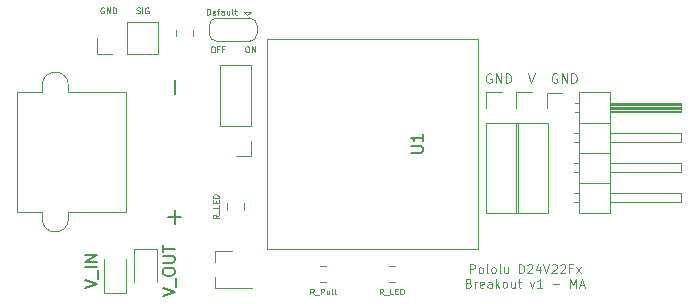
<source format=gto>
G04 #@! TF.GenerationSoftware,KiCad,Pcbnew,(5.1.5)-3*
G04 #@! TF.CreationDate,2021-10-17T17:05:07-07:00*
G04 #@! TF.ProjectId,D24V22Fx_breakout,44323456-3232-4467-985f-627265616b6f,rev?*
G04 #@! TF.SameCoordinates,Original*
G04 #@! TF.FileFunction,Legend,Top*
G04 #@! TF.FilePolarity,Positive*
%FSLAX46Y46*%
G04 Gerber Fmt 4.6, Leading zero omitted, Abs format (unit mm)*
G04 Created by KiCad (PCBNEW (5.1.5)-3) date 2021-10-17 17:05:07*
%MOMM*%
%LPD*%
G04 APERTURE LIST*
%ADD10C,0.100000*%
%ADD11C,0.120000*%
%ADD12C,0.150000*%
%ADD13O,1.802000X1.802000*%
%ADD14R,1.802000X1.802000*%
%ADD15R,1.102000X1.602000*%
%ADD16R,2.002000X0.902000*%
%ADD17C,1.626000*%
%ADD18C,2.102000*%
%ADD19C,2.302000*%
%ADD20C,3.602000*%
%ADD21R,3.602000X3.602000*%
%ADD22C,1.502000*%
G04 APERTURE END LIST*
D10*
X134238095Y-71026190D02*
X134333333Y-71026190D01*
X134380952Y-71050000D01*
X134428571Y-71097619D01*
X134452380Y-71192857D01*
X134452380Y-71359523D01*
X134428571Y-71454761D01*
X134380952Y-71502380D01*
X134333333Y-71526190D01*
X134238095Y-71526190D01*
X134190476Y-71502380D01*
X134142857Y-71454761D01*
X134119047Y-71359523D01*
X134119047Y-71192857D01*
X134142857Y-71097619D01*
X134190476Y-71050000D01*
X134238095Y-71026190D01*
X134833333Y-71264285D02*
X134666666Y-71264285D01*
X134666666Y-71526190D02*
X134666666Y-71026190D01*
X134904761Y-71026190D01*
X135261904Y-71264285D02*
X135095238Y-71264285D01*
X135095238Y-71526190D02*
X135095238Y-71026190D01*
X135333333Y-71026190D01*
X137142857Y-71026190D02*
X137238095Y-71026190D01*
X137285714Y-71050000D01*
X137333333Y-71097619D01*
X137357142Y-71192857D01*
X137357142Y-71359523D01*
X137333333Y-71454761D01*
X137285714Y-71502380D01*
X137238095Y-71526190D01*
X137142857Y-71526190D01*
X137095238Y-71502380D01*
X137047619Y-71454761D01*
X137023809Y-71359523D01*
X137023809Y-71192857D01*
X137047619Y-71097619D01*
X137095238Y-71050000D01*
X137142857Y-71026190D01*
X137571428Y-71526190D02*
X137571428Y-71026190D01*
X137857142Y-71526190D01*
X137857142Y-71026190D01*
X125050000Y-67750000D02*
X125002380Y-67726190D01*
X124930952Y-67726190D01*
X124859523Y-67750000D01*
X124811904Y-67797619D01*
X124788095Y-67845238D01*
X124764285Y-67940476D01*
X124764285Y-68011904D01*
X124788095Y-68107142D01*
X124811904Y-68154761D01*
X124859523Y-68202380D01*
X124930952Y-68226190D01*
X124978571Y-68226190D01*
X125050000Y-68202380D01*
X125073809Y-68178571D01*
X125073809Y-68011904D01*
X124978571Y-68011904D01*
X125288095Y-68226190D02*
X125288095Y-67726190D01*
X125573809Y-68226190D01*
X125573809Y-67726190D01*
X125811904Y-68226190D02*
X125811904Y-67726190D01*
X125930952Y-67726190D01*
X126002380Y-67750000D01*
X126050000Y-67797619D01*
X126073809Y-67845238D01*
X126097619Y-67940476D01*
X126097619Y-68011904D01*
X126073809Y-68107142D01*
X126050000Y-68154761D01*
X126002380Y-68202380D01*
X125930952Y-68226190D01*
X125811904Y-68226190D01*
X127811904Y-68202380D02*
X127883333Y-68226190D01*
X128002380Y-68226190D01*
X128050000Y-68202380D01*
X128073809Y-68178571D01*
X128097619Y-68130952D01*
X128097619Y-68083333D01*
X128073809Y-68035714D01*
X128050000Y-68011904D01*
X128002380Y-67988095D01*
X127907142Y-67964285D01*
X127859523Y-67940476D01*
X127835714Y-67916666D01*
X127811904Y-67869047D01*
X127811904Y-67821428D01*
X127835714Y-67773809D01*
X127859523Y-67750000D01*
X127907142Y-67726190D01*
X128026190Y-67726190D01*
X128097619Y-67750000D01*
X128311904Y-68226190D02*
X128311904Y-67726190D01*
X128811904Y-67750000D02*
X128764285Y-67726190D01*
X128692857Y-67726190D01*
X128621428Y-67750000D01*
X128573809Y-67797619D01*
X128550000Y-67845238D01*
X128526190Y-67940476D01*
X128526190Y-68011904D01*
X128550000Y-68107142D01*
X128573809Y-68154761D01*
X128621428Y-68202380D01*
X128692857Y-68226190D01*
X128740476Y-68226190D01*
X128811904Y-68202380D01*
X128835714Y-68178571D01*
X128835714Y-68011904D01*
X128740476Y-68011904D01*
D11*
X156057142Y-90216785D02*
X156057142Y-89466785D01*
X156342857Y-89466785D01*
X156414285Y-89502500D01*
X156450000Y-89538214D01*
X156485714Y-89609642D01*
X156485714Y-89716785D01*
X156450000Y-89788214D01*
X156414285Y-89823928D01*
X156342857Y-89859642D01*
X156057142Y-89859642D01*
X156914285Y-90216785D02*
X156842857Y-90181071D01*
X156807142Y-90145357D01*
X156771428Y-90073928D01*
X156771428Y-89859642D01*
X156807142Y-89788214D01*
X156842857Y-89752500D01*
X156914285Y-89716785D01*
X157021428Y-89716785D01*
X157092857Y-89752500D01*
X157128571Y-89788214D01*
X157164285Y-89859642D01*
X157164285Y-90073928D01*
X157128571Y-90145357D01*
X157092857Y-90181071D01*
X157021428Y-90216785D01*
X156914285Y-90216785D01*
X157592857Y-90216785D02*
X157521428Y-90181071D01*
X157485714Y-90109642D01*
X157485714Y-89466785D01*
X157985714Y-90216785D02*
X157914285Y-90181071D01*
X157878571Y-90145357D01*
X157842857Y-90073928D01*
X157842857Y-89859642D01*
X157878571Y-89788214D01*
X157914285Y-89752500D01*
X157985714Y-89716785D01*
X158092857Y-89716785D01*
X158164285Y-89752500D01*
X158200000Y-89788214D01*
X158235714Y-89859642D01*
X158235714Y-90073928D01*
X158200000Y-90145357D01*
X158164285Y-90181071D01*
X158092857Y-90216785D01*
X157985714Y-90216785D01*
X158664285Y-90216785D02*
X158592857Y-90181071D01*
X158557142Y-90109642D01*
X158557142Y-89466785D01*
X159271428Y-89716785D02*
X159271428Y-90216785D01*
X158950000Y-89716785D02*
X158950000Y-90109642D01*
X158985714Y-90181071D01*
X159057142Y-90216785D01*
X159164285Y-90216785D01*
X159235714Y-90181071D01*
X159271428Y-90145357D01*
X160200000Y-90216785D02*
X160200000Y-89466785D01*
X160378571Y-89466785D01*
X160485714Y-89502500D01*
X160557142Y-89573928D01*
X160592857Y-89645357D01*
X160628571Y-89788214D01*
X160628571Y-89895357D01*
X160592857Y-90038214D01*
X160557142Y-90109642D01*
X160485714Y-90181071D01*
X160378571Y-90216785D01*
X160200000Y-90216785D01*
X160914285Y-89538214D02*
X160950000Y-89502500D01*
X161021428Y-89466785D01*
X161200000Y-89466785D01*
X161271428Y-89502500D01*
X161307142Y-89538214D01*
X161342857Y-89609642D01*
X161342857Y-89681071D01*
X161307142Y-89788214D01*
X160878571Y-90216785D01*
X161342857Y-90216785D01*
X161985714Y-89716785D02*
X161985714Y-90216785D01*
X161807142Y-89431071D02*
X161628571Y-89966785D01*
X162092857Y-89966785D01*
X162271428Y-89466785D02*
X162521428Y-90216785D01*
X162771428Y-89466785D01*
X162985714Y-89538214D02*
X163021428Y-89502500D01*
X163092857Y-89466785D01*
X163271428Y-89466785D01*
X163342857Y-89502500D01*
X163378571Y-89538214D01*
X163414285Y-89609642D01*
X163414285Y-89681071D01*
X163378571Y-89788214D01*
X162950000Y-90216785D01*
X163414285Y-90216785D01*
X163700000Y-89538214D02*
X163735714Y-89502500D01*
X163807142Y-89466785D01*
X163985714Y-89466785D01*
X164057142Y-89502500D01*
X164092857Y-89538214D01*
X164128571Y-89609642D01*
X164128571Y-89681071D01*
X164092857Y-89788214D01*
X163664285Y-90216785D01*
X164128571Y-90216785D01*
X164700000Y-89823928D02*
X164450000Y-89823928D01*
X164450000Y-90216785D02*
X164450000Y-89466785D01*
X164807142Y-89466785D01*
X165021428Y-90216785D02*
X165414285Y-89716785D01*
X165021428Y-89716785D02*
X165414285Y-90216785D01*
X155950000Y-91068928D02*
X156057142Y-91104642D01*
X156092857Y-91140357D01*
X156128571Y-91211785D01*
X156128571Y-91318928D01*
X156092857Y-91390357D01*
X156057142Y-91426071D01*
X155985714Y-91461785D01*
X155700000Y-91461785D01*
X155700000Y-90711785D01*
X155950000Y-90711785D01*
X156021428Y-90747500D01*
X156057142Y-90783214D01*
X156092857Y-90854642D01*
X156092857Y-90926071D01*
X156057142Y-90997500D01*
X156021428Y-91033214D01*
X155950000Y-91068928D01*
X155700000Y-91068928D01*
X156450000Y-91461785D02*
X156450000Y-90961785D01*
X156450000Y-91104642D02*
X156485714Y-91033214D01*
X156521428Y-90997500D01*
X156592857Y-90961785D01*
X156664285Y-90961785D01*
X157200000Y-91426071D02*
X157128571Y-91461785D01*
X156985714Y-91461785D01*
X156914285Y-91426071D01*
X156878571Y-91354642D01*
X156878571Y-91068928D01*
X156914285Y-90997500D01*
X156985714Y-90961785D01*
X157128571Y-90961785D01*
X157200000Y-90997500D01*
X157235714Y-91068928D01*
X157235714Y-91140357D01*
X156878571Y-91211785D01*
X157878571Y-91461785D02*
X157878571Y-91068928D01*
X157842857Y-90997500D01*
X157771428Y-90961785D01*
X157628571Y-90961785D01*
X157557142Y-90997500D01*
X157878571Y-91426071D02*
X157807142Y-91461785D01*
X157628571Y-91461785D01*
X157557142Y-91426071D01*
X157521428Y-91354642D01*
X157521428Y-91283214D01*
X157557142Y-91211785D01*
X157628571Y-91176071D01*
X157807142Y-91176071D01*
X157878571Y-91140357D01*
X158235714Y-91461785D02*
X158235714Y-90711785D01*
X158307142Y-91176071D02*
X158521428Y-91461785D01*
X158521428Y-90961785D02*
X158235714Y-91247500D01*
X158950000Y-91461785D02*
X158878571Y-91426071D01*
X158842857Y-91390357D01*
X158807142Y-91318928D01*
X158807142Y-91104642D01*
X158842857Y-91033214D01*
X158878571Y-90997500D01*
X158950000Y-90961785D01*
X159057142Y-90961785D01*
X159128571Y-90997500D01*
X159164285Y-91033214D01*
X159200000Y-91104642D01*
X159200000Y-91318928D01*
X159164285Y-91390357D01*
X159128571Y-91426071D01*
X159057142Y-91461785D01*
X158950000Y-91461785D01*
X159842857Y-90961785D02*
X159842857Y-91461785D01*
X159521428Y-90961785D02*
X159521428Y-91354642D01*
X159557142Y-91426071D01*
X159628571Y-91461785D01*
X159735714Y-91461785D01*
X159807142Y-91426071D01*
X159842857Y-91390357D01*
X160092857Y-90961785D02*
X160378571Y-90961785D01*
X160200000Y-90711785D02*
X160200000Y-91354642D01*
X160235714Y-91426071D01*
X160307142Y-91461785D01*
X160378571Y-91461785D01*
X161128571Y-90961785D02*
X161307142Y-91461785D01*
X161485714Y-90961785D01*
X162164285Y-91461785D02*
X161735714Y-91461785D01*
X161950000Y-91461785D02*
X161950000Y-90711785D01*
X161878571Y-90818928D01*
X161807142Y-90890357D01*
X161735714Y-90926071D01*
X163057142Y-91176071D02*
X163628571Y-91176071D01*
X164557142Y-91461785D02*
X164557142Y-90711785D01*
X164807142Y-91247500D01*
X165057142Y-90711785D01*
X165057142Y-91461785D01*
X165378571Y-91247500D02*
X165735714Y-91247500D01*
X165307142Y-91461785D02*
X165557142Y-90711785D01*
X165807142Y-91461785D01*
X157859523Y-73350000D02*
X157783333Y-73311904D01*
X157669047Y-73311904D01*
X157554761Y-73350000D01*
X157478571Y-73426190D01*
X157440476Y-73502380D01*
X157402380Y-73654761D01*
X157402380Y-73769047D01*
X157440476Y-73921428D01*
X157478571Y-73997619D01*
X157554761Y-74073809D01*
X157669047Y-74111904D01*
X157745238Y-74111904D01*
X157859523Y-74073809D01*
X157897619Y-74035714D01*
X157897619Y-73769047D01*
X157745238Y-73769047D01*
X158240476Y-74111904D02*
X158240476Y-73311904D01*
X158697619Y-74111904D01*
X158697619Y-73311904D01*
X159078571Y-74111904D02*
X159078571Y-73311904D01*
X159269047Y-73311904D01*
X159383333Y-73350000D01*
X159459523Y-73426190D01*
X159497619Y-73502380D01*
X159535714Y-73654761D01*
X159535714Y-73769047D01*
X159497619Y-73921428D01*
X159459523Y-73997619D01*
X159383333Y-74073809D01*
X159269047Y-74111904D01*
X159078571Y-74111904D01*
X160983333Y-73311904D02*
X161250000Y-74111904D01*
X161516666Y-73311904D01*
X163421428Y-73350000D02*
X163345238Y-73311904D01*
X163230952Y-73311904D01*
X163116666Y-73350000D01*
X163040476Y-73426190D01*
X163002380Y-73502380D01*
X162964285Y-73654761D01*
X162964285Y-73769047D01*
X163002380Y-73921428D01*
X163040476Y-73997619D01*
X163116666Y-74073809D01*
X163230952Y-74111904D01*
X163307142Y-74111904D01*
X163421428Y-74073809D01*
X163459523Y-74035714D01*
X163459523Y-73769047D01*
X163307142Y-73769047D01*
X163802380Y-74111904D02*
X163802380Y-73311904D01*
X164259523Y-74111904D01*
X164259523Y-73311904D01*
X164640476Y-74111904D02*
X164640476Y-73311904D01*
X164830952Y-73311904D01*
X164945238Y-73350000D01*
X165021428Y-73426190D01*
X165059523Y-73502380D01*
X165097619Y-73654761D01*
X165097619Y-73769047D01*
X165059523Y-73921428D01*
X165021428Y-73997619D01*
X164945238Y-74073809D01*
X164830952Y-74111904D01*
X164640476Y-74111904D01*
X162560000Y-74930000D02*
X163830000Y-74930000D01*
X162560000Y-76200000D02*
X162560000Y-74930000D01*
X164872929Y-84200000D02*
X165270000Y-84200000D01*
X164872929Y-83440000D02*
X165270000Y-83440000D01*
X173930000Y-84200000D02*
X167930000Y-84200000D01*
X173930000Y-83440000D02*
X173930000Y-84200000D01*
X167930000Y-83440000D02*
X173930000Y-83440000D01*
X165270000Y-82550000D02*
X167930000Y-82550000D01*
X164872929Y-81660000D02*
X165270000Y-81660000D01*
X164872929Y-80900000D02*
X165270000Y-80900000D01*
X173930000Y-81660000D02*
X167930000Y-81660000D01*
X173930000Y-80900000D02*
X173930000Y-81660000D01*
X167930000Y-80900000D02*
X173930000Y-80900000D01*
X165270000Y-80010000D02*
X167930000Y-80010000D01*
X164872929Y-79120000D02*
X165270000Y-79120000D01*
X164872929Y-78360000D02*
X165270000Y-78360000D01*
X173930000Y-79120000D02*
X167930000Y-79120000D01*
X173930000Y-78360000D02*
X173930000Y-79120000D01*
X167930000Y-78360000D02*
X173930000Y-78360000D01*
X165270000Y-77470000D02*
X167930000Y-77470000D01*
X164940000Y-76580000D02*
X165270000Y-76580000D01*
X164940000Y-75820000D02*
X165270000Y-75820000D01*
X167930000Y-76480000D02*
X173930000Y-76480000D01*
X167930000Y-76360000D02*
X173930000Y-76360000D01*
X167930000Y-76240000D02*
X173930000Y-76240000D01*
X167930000Y-76120000D02*
X173930000Y-76120000D01*
X167930000Y-76000000D02*
X173930000Y-76000000D01*
X167930000Y-75880000D02*
X173930000Y-75880000D01*
X173930000Y-76580000D02*
X167930000Y-76580000D01*
X173930000Y-75820000D02*
X173930000Y-76580000D01*
X167930000Y-75820000D02*
X173930000Y-75820000D01*
X167930000Y-74870000D02*
X165270000Y-74870000D01*
X167930000Y-85150000D02*
X167930000Y-74870000D01*
X165270000Y-85150000D02*
X167930000Y-85150000D01*
X165270000Y-74870000D02*
X165270000Y-85150000D01*
X159960000Y-74870000D02*
X161290000Y-74870000D01*
X159960000Y-76200000D02*
X159960000Y-74870000D01*
X159960000Y-77470000D02*
X162620000Y-77470000D01*
X162620000Y-77470000D02*
X162620000Y-85150000D01*
X159960000Y-77470000D02*
X159960000Y-85150000D01*
X159960000Y-85150000D02*
X162620000Y-85150000D01*
X157420000Y-74870000D02*
X158750000Y-74870000D01*
X157420000Y-76200000D02*
X157420000Y-74870000D01*
X157420000Y-77470000D02*
X160080000Y-77470000D01*
X160080000Y-77470000D02*
X160080000Y-85150000D01*
X157420000Y-77470000D02*
X157420000Y-85150000D01*
X157420000Y-85150000D02*
X160080000Y-85150000D01*
X124430000Y-71630000D02*
X124430000Y-70300000D01*
X125760000Y-71630000D02*
X124430000Y-71630000D01*
X127030000Y-71630000D02*
X127030000Y-68970000D01*
X127030000Y-68970000D02*
X129630000Y-68970000D01*
X127030000Y-71630000D02*
X129630000Y-71630000D01*
X129630000Y-71630000D02*
X129630000Y-68970000D01*
X132610000Y-70136252D02*
X132610000Y-69613748D01*
X131190000Y-70136252D02*
X131190000Y-69613748D01*
X138050000Y-69900000D02*
G75*
G02X137350000Y-70600000I-700000J0D01*
G01*
X137350000Y-68600000D02*
G75*
G02X138050000Y-69300000I0J-700000D01*
G01*
X133950000Y-69300000D02*
G75*
G02X134650000Y-68600000I700000J0D01*
G01*
X134650000Y-70600000D02*
G75*
G02X133950000Y-69900000I0J700000D01*
G01*
X137400000Y-70600000D02*
X134600000Y-70600000D01*
X133950000Y-69900000D02*
X133950000Y-69300000D01*
X134600000Y-68600000D02*
X137400000Y-68600000D01*
X138050000Y-69300000D02*
X138050000Y-69900000D01*
X137200000Y-68400000D02*
X137500000Y-68100000D01*
X137500000Y-68100000D02*
X136900000Y-68100000D01*
X137200000Y-68400000D02*
X136900000Y-68100000D01*
X135490000Y-84313748D02*
X135490000Y-84836252D01*
X136910000Y-84313748D02*
X136910000Y-84836252D01*
X126960000Y-91885000D02*
X126960000Y-89025000D01*
X125040000Y-91885000D02*
X126960000Y-91885000D01*
X125040000Y-89025000D02*
X125040000Y-91885000D01*
X134440000Y-88320000D02*
X135900000Y-88320000D01*
X134440000Y-91480000D02*
X137600000Y-91480000D01*
X134440000Y-91480000D02*
X134440000Y-90550000D01*
X134440000Y-88320000D02*
X134440000Y-89250000D01*
X156692600Y-88168480D02*
X138912600Y-88168480D01*
X138892600Y-88168480D02*
X138892600Y-70368480D01*
X138892600Y-70368480D02*
X156692600Y-70368480D01*
X156692600Y-70368480D02*
X156692600Y-88168480D01*
X143861252Y-89590000D02*
X143338748Y-89590000D01*
X143861252Y-91010000D02*
X143338748Y-91010000D01*
X149163748Y-91010000D02*
X149686252Y-91010000D01*
X149163748Y-89590000D02*
X149686252Y-89590000D01*
X127640000Y-88140000D02*
X127640000Y-91000000D01*
X129560000Y-88140000D02*
X127640000Y-88140000D01*
X129560000Y-91000000D02*
X129560000Y-88140000D01*
X119827000Y-74320000D02*
G75*
G02X122047000Y-74320000I1110000J0D01*
G01*
X122047000Y-85620000D02*
G75*
G02X119827000Y-85620000I-1110000J0D01*
G01*
X117727000Y-74910000D02*
X119827000Y-74910000D01*
X122047000Y-85620000D02*
X122047000Y-85030000D01*
X119827000Y-85620000D02*
X119827000Y-85030000D01*
X119827000Y-74910000D02*
X119827000Y-74320000D01*
X122047000Y-74910000D02*
X122047000Y-74320000D01*
X122047000Y-74910000D02*
X126947000Y-74910000D01*
X117727000Y-85030000D02*
X119827000Y-85030000D01*
X122047000Y-85030000D02*
X126947000Y-85030000D01*
X126947000Y-85030000D02*
X126947000Y-74910000D01*
X117727000Y-85030000D02*
X117727000Y-74910000D01*
X137530000Y-80330000D02*
X136200000Y-80330000D01*
X137530000Y-79000000D02*
X137530000Y-80330000D01*
X137530000Y-77730000D02*
X134870000Y-77730000D01*
X134870000Y-77730000D02*
X134870000Y-72590000D01*
X137530000Y-77730000D02*
X137530000Y-72590000D01*
X137530000Y-72590000D02*
X134870000Y-72590000D01*
D10*
X133785714Y-68326190D02*
X133785714Y-67826190D01*
X133904761Y-67826190D01*
X133976190Y-67850000D01*
X134023809Y-67897619D01*
X134047619Y-67945238D01*
X134071428Y-68040476D01*
X134071428Y-68111904D01*
X134047619Y-68207142D01*
X134023809Y-68254761D01*
X133976190Y-68302380D01*
X133904761Y-68326190D01*
X133785714Y-68326190D01*
X134476190Y-68302380D02*
X134428571Y-68326190D01*
X134333333Y-68326190D01*
X134285714Y-68302380D01*
X134261904Y-68254761D01*
X134261904Y-68064285D01*
X134285714Y-68016666D01*
X134333333Y-67992857D01*
X134428571Y-67992857D01*
X134476190Y-68016666D01*
X134500000Y-68064285D01*
X134500000Y-68111904D01*
X134261904Y-68159523D01*
X134642857Y-67992857D02*
X134833333Y-67992857D01*
X134714285Y-68326190D02*
X134714285Y-67897619D01*
X134738095Y-67850000D01*
X134785714Y-67826190D01*
X134833333Y-67826190D01*
X135214285Y-68326190D02*
X135214285Y-68064285D01*
X135190476Y-68016666D01*
X135142857Y-67992857D01*
X135047619Y-67992857D01*
X135000000Y-68016666D01*
X135214285Y-68302380D02*
X135166666Y-68326190D01*
X135047619Y-68326190D01*
X135000000Y-68302380D01*
X134976190Y-68254761D01*
X134976190Y-68207142D01*
X135000000Y-68159523D01*
X135047619Y-68135714D01*
X135166666Y-68135714D01*
X135214285Y-68111904D01*
X135666666Y-67992857D02*
X135666666Y-68326190D01*
X135452380Y-67992857D02*
X135452380Y-68254761D01*
X135476190Y-68302380D01*
X135523809Y-68326190D01*
X135595238Y-68326190D01*
X135642857Y-68302380D01*
X135666666Y-68278571D01*
X135976190Y-68326190D02*
X135928571Y-68302380D01*
X135904761Y-68254761D01*
X135904761Y-67826190D01*
X136095238Y-67992857D02*
X136285714Y-67992857D01*
X136166666Y-67826190D02*
X136166666Y-68254761D01*
X136190476Y-68302380D01*
X136238095Y-68326190D01*
X136285714Y-68326190D01*
X134776190Y-85289285D02*
X134538095Y-85455952D01*
X134776190Y-85575000D02*
X134276190Y-85575000D01*
X134276190Y-85384523D01*
X134300000Y-85336904D01*
X134323809Y-85313095D01*
X134371428Y-85289285D01*
X134442857Y-85289285D01*
X134490476Y-85313095D01*
X134514285Y-85336904D01*
X134538095Y-85384523D01*
X134538095Y-85575000D01*
X134823809Y-85194047D02*
X134823809Y-84813095D01*
X134776190Y-84455952D02*
X134776190Y-84694047D01*
X134276190Y-84694047D01*
X134514285Y-84289285D02*
X134514285Y-84122619D01*
X134776190Y-84051190D02*
X134776190Y-84289285D01*
X134276190Y-84289285D01*
X134276190Y-84051190D01*
X134776190Y-83836904D02*
X134276190Y-83836904D01*
X134276190Y-83717857D01*
X134300000Y-83646428D01*
X134347619Y-83598809D01*
X134395238Y-83575000D01*
X134490476Y-83551190D01*
X134561904Y-83551190D01*
X134657142Y-83575000D01*
X134704761Y-83598809D01*
X134752380Y-83646428D01*
X134776190Y-83717857D01*
X134776190Y-83836904D01*
D12*
X123452380Y-91476190D02*
X124452380Y-91142857D01*
X123452380Y-90809523D01*
X124547619Y-90714285D02*
X124547619Y-89952380D01*
X124452380Y-89714285D02*
X123452380Y-89714285D01*
X124452380Y-89238095D02*
X123452380Y-89238095D01*
X124452380Y-88666666D01*
X123452380Y-88666666D01*
X151064980Y-80040384D02*
X151874504Y-80040384D01*
X151969742Y-79992765D01*
X152017361Y-79945146D01*
X152064980Y-79849908D01*
X152064980Y-79659432D01*
X152017361Y-79564194D01*
X151969742Y-79516575D01*
X151874504Y-79468956D01*
X151064980Y-79468956D01*
X152064980Y-78468956D02*
X152064980Y-79040384D01*
X152064980Y-78754670D02*
X151064980Y-78754670D01*
X151207838Y-78849908D01*
X151303076Y-78945146D01*
X151350695Y-79040384D01*
D10*
X142826190Y-92026190D02*
X142659523Y-91788095D01*
X142540476Y-92026190D02*
X142540476Y-91526190D01*
X142730952Y-91526190D01*
X142778571Y-91550000D01*
X142802380Y-91573809D01*
X142826190Y-91621428D01*
X142826190Y-91692857D01*
X142802380Y-91740476D01*
X142778571Y-91764285D01*
X142730952Y-91788095D01*
X142540476Y-91788095D01*
X142921428Y-92073809D02*
X143302380Y-92073809D01*
X143421428Y-92026190D02*
X143421428Y-91526190D01*
X143611904Y-91526190D01*
X143659523Y-91550000D01*
X143683333Y-91573809D01*
X143707142Y-91621428D01*
X143707142Y-91692857D01*
X143683333Y-91740476D01*
X143659523Y-91764285D01*
X143611904Y-91788095D01*
X143421428Y-91788095D01*
X144135714Y-91692857D02*
X144135714Y-92026190D01*
X143921428Y-91692857D02*
X143921428Y-91954761D01*
X143945238Y-92002380D01*
X143992857Y-92026190D01*
X144064285Y-92026190D01*
X144111904Y-92002380D01*
X144135714Y-91978571D01*
X144445238Y-92026190D02*
X144397619Y-92002380D01*
X144373809Y-91954761D01*
X144373809Y-91526190D01*
X144707142Y-92026190D02*
X144659523Y-92002380D01*
X144635714Y-91954761D01*
X144635714Y-91526190D01*
X148710714Y-92026190D02*
X148544047Y-91788095D01*
X148425000Y-92026190D02*
X148425000Y-91526190D01*
X148615476Y-91526190D01*
X148663095Y-91550000D01*
X148686904Y-91573809D01*
X148710714Y-91621428D01*
X148710714Y-91692857D01*
X148686904Y-91740476D01*
X148663095Y-91764285D01*
X148615476Y-91788095D01*
X148425000Y-91788095D01*
X148805952Y-92073809D02*
X149186904Y-92073809D01*
X149544047Y-92026190D02*
X149305952Y-92026190D01*
X149305952Y-91526190D01*
X149710714Y-91764285D02*
X149877380Y-91764285D01*
X149948809Y-92026190D02*
X149710714Y-92026190D01*
X149710714Y-91526190D01*
X149948809Y-91526190D01*
X150163095Y-92026190D02*
X150163095Y-91526190D01*
X150282142Y-91526190D01*
X150353571Y-91550000D01*
X150401190Y-91597619D01*
X150425000Y-91645238D01*
X150448809Y-91740476D01*
X150448809Y-91811904D01*
X150425000Y-91907142D01*
X150401190Y-91954761D01*
X150353571Y-92002380D01*
X150282142Y-92026190D01*
X150163095Y-92026190D01*
D12*
X130052380Y-92142857D02*
X131052380Y-91809523D01*
X130052380Y-91476190D01*
X131147619Y-91380952D02*
X131147619Y-90619047D01*
X130052380Y-90190476D02*
X130052380Y-90000000D01*
X130100000Y-89904761D01*
X130195238Y-89809523D01*
X130385714Y-89761904D01*
X130719047Y-89761904D01*
X130909523Y-89809523D01*
X131004761Y-89904761D01*
X131052380Y-90000000D01*
X131052380Y-90190476D01*
X131004761Y-90285714D01*
X130909523Y-90380952D01*
X130719047Y-90428571D01*
X130385714Y-90428571D01*
X130195238Y-90380952D01*
X130100000Y-90285714D01*
X130052380Y-90190476D01*
X130052380Y-89333333D02*
X130861904Y-89333333D01*
X130957142Y-89285714D01*
X131004761Y-89238095D01*
X131052380Y-89142857D01*
X131052380Y-88952380D01*
X131004761Y-88857142D01*
X130957142Y-88809523D01*
X130861904Y-88761904D01*
X130052380Y-88761904D01*
X130052380Y-88428571D02*
X130052380Y-87857142D01*
X131052380Y-88142857D02*
X130052380Y-88142857D01*
X131044142Y-86041428D02*
X131044142Y-84898571D01*
X131615571Y-85470000D02*
X130472714Y-85470000D01*
X131044142Y-75041428D02*
X131044142Y-73898571D01*
%LPC*%
D13*
X163830000Y-83820000D03*
X163830000Y-81280000D03*
X163830000Y-78740000D03*
D14*
X163830000Y-76200000D03*
D13*
X161290000Y-83820000D03*
X161290000Y-81280000D03*
X161290000Y-78740000D03*
D14*
X161290000Y-76200000D03*
D13*
X158750000Y-83820000D03*
X158750000Y-81280000D03*
X158750000Y-78740000D03*
D14*
X158750000Y-76200000D03*
D13*
X128300000Y-70300000D03*
D14*
X125760000Y-70300000D03*
D10*
G36*
X132405505Y-68225311D02*
G01*
X132431925Y-68229230D01*
X132457835Y-68235720D01*
X132482983Y-68244718D01*
X132507128Y-68256138D01*
X132530038Y-68269869D01*
X132551492Y-68285780D01*
X132571282Y-68303718D01*
X132589220Y-68323508D01*
X132605131Y-68344962D01*
X132618862Y-68367872D01*
X132630282Y-68392017D01*
X132639280Y-68417165D01*
X132645770Y-68443075D01*
X132649689Y-68469495D01*
X132651000Y-68496173D01*
X132651000Y-69203827D01*
X132649689Y-69230505D01*
X132645770Y-69256925D01*
X132639280Y-69282835D01*
X132630282Y-69307983D01*
X132618862Y-69332128D01*
X132605131Y-69355038D01*
X132589220Y-69376492D01*
X132571282Y-69396282D01*
X132551492Y-69414220D01*
X132530038Y-69430131D01*
X132507128Y-69443862D01*
X132482983Y-69455282D01*
X132457835Y-69464280D01*
X132431925Y-69470770D01*
X132405505Y-69474689D01*
X132378827Y-69476000D01*
X131421173Y-69476000D01*
X131394495Y-69474689D01*
X131368075Y-69470770D01*
X131342165Y-69464280D01*
X131317017Y-69455282D01*
X131292872Y-69443862D01*
X131269962Y-69430131D01*
X131248508Y-69414220D01*
X131228718Y-69396282D01*
X131210780Y-69376492D01*
X131194869Y-69355038D01*
X131181138Y-69332128D01*
X131169718Y-69307983D01*
X131160720Y-69282835D01*
X131154230Y-69256925D01*
X131150311Y-69230505D01*
X131149000Y-69203827D01*
X131149000Y-68496173D01*
X131150311Y-68469495D01*
X131154230Y-68443075D01*
X131160720Y-68417165D01*
X131169718Y-68392017D01*
X131181138Y-68367872D01*
X131194869Y-68344962D01*
X131210780Y-68323508D01*
X131228718Y-68303718D01*
X131248508Y-68285780D01*
X131269962Y-68269869D01*
X131292872Y-68256138D01*
X131317017Y-68244718D01*
X131342165Y-68235720D01*
X131368075Y-68229230D01*
X131394495Y-68225311D01*
X131421173Y-68224000D01*
X132378827Y-68224000D01*
X132405505Y-68225311D01*
G37*
G36*
X132405505Y-70275311D02*
G01*
X132431925Y-70279230D01*
X132457835Y-70285720D01*
X132482983Y-70294718D01*
X132507128Y-70306138D01*
X132530038Y-70319869D01*
X132551492Y-70335780D01*
X132571282Y-70353718D01*
X132589220Y-70373508D01*
X132605131Y-70394962D01*
X132618862Y-70417872D01*
X132630282Y-70442017D01*
X132639280Y-70467165D01*
X132645770Y-70493075D01*
X132649689Y-70519495D01*
X132651000Y-70546173D01*
X132651000Y-71253827D01*
X132649689Y-71280505D01*
X132645770Y-71306925D01*
X132639280Y-71332835D01*
X132630282Y-71357983D01*
X132618862Y-71382128D01*
X132605131Y-71405038D01*
X132589220Y-71426492D01*
X132571282Y-71446282D01*
X132551492Y-71464220D01*
X132530038Y-71480131D01*
X132507128Y-71493862D01*
X132482983Y-71505282D01*
X132457835Y-71514280D01*
X132431925Y-71520770D01*
X132405505Y-71524689D01*
X132378827Y-71526000D01*
X131421173Y-71526000D01*
X131394495Y-71524689D01*
X131368075Y-71520770D01*
X131342165Y-71514280D01*
X131317017Y-71505282D01*
X131292872Y-71493862D01*
X131269962Y-71480131D01*
X131248508Y-71464220D01*
X131228718Y-71446282D01*
X131210780Y-71426492D01*
X131194869Y-71405038D01*
X131181138Y-71382128D01*
X131169718Y-71357983D01*
X131160720Y-71332835D01*
X131154230Y-71306925D01*
X131150311Y-71280505D01*
X131149000Y-71253827D01*
X131149000Y-70546173D01*
X131150311Y-70519495D01*
X131154230Y-70493075D01*
X131160720Y-70467165D01*
X131169718Y-70442017D01*
X131181138Y-70417872D01*
X131194869Y-70394962D01*
X131210780Y-70373508D01*
X131228718Y-70353718D01*
X131248508Y-70335780D01*
X131269962Y-70319869D01*
X131292872Y-70306138D01*
X131317017Y-70294718D01*
X131342165Y-70285720D01*
X131368075Y-70279230D01*
X131394495Y-70275311D01*
X131421173Y-70274000D01*
X132378827Y-70274000D01*
X132405505Y-70275311D01*
G37*
D15*
X136000000Y-69600000D03*
D10*
G36*
X134693888Y-70400398D02*
G01*
X134675466Y-70400398D01*
X134670467Y-70400152D01*
X134621636Y-70395342D01*
X134616686Y-70394608D01*
X134568561Y-70385036D01*
X134563705Y-70383820D01*
X134516750Y-70369576D01*
X134512039Y-70367890D01*
X134466706Y-70349113D01*
X134462180Y-70346973D01*
X134418907Y-70323842D01*
X134414616Y-70321269D01*
X134373817Y-70294009D01*
X134369796Y-70291027D01*
X134331867Y-70259899D01*
X134328159Y-70256538D01*
X134293462Y-70221841D01*
X134290101Y-70218133D01*
X134258973Y-70180204D01*
X134255991Y-70176183D01*
X134228731Y-70135384D01*
X134226158Y-70131093D01*
X134203027Y-70087820D01*
X134200887Y-70083294D01*
X134182110Y-70037961D01*
X134180424Y-70033250D01*
X134166180Y-69986295D01*
X134164964Y-69981439D01*
X134155392Y-69933314D01*
X134154658Y-69928364D01*
X134149848Y-69879533D01*
X134149602Y-69874534D01*
X134149602Y-69856112D01*
X134149000Y-69850000D01*
X134149000Y-69350000D01*
X134149602Y-69343888D01*
X134149602Y-69325466D01*
X134149848Y-69320467D01*
X134154658Y-69271636D01*
X134155392Y-69266686D01*
X134164964Y-69218561D01*
X134166180Y-69213705D01*
X134180424Y-69166750D01*
X134182110Y-69162039D01*
X134200887Y-69116706D01*
X134203027Y-69112180D01*
X134226158Y-69068907D01*
X134228731Y-69064616D01*
X134255991Y-69023817D01*
X134258973Y-69019796D01*
X134290101Y-68981867D01*
X134293462Y-68978159D01*
X134328159Y-68943462D01*
X134331867Y-68940101D01*
X134369796Y-68908973D01*
X134373817Y-68905991D01*
X134414616Y-68878731D01*
X134418907Y-68876158D01*
X134462180Y-68853027D01*
X134466706Y-68850887D01*
X134512039Y-68832110D01*
X134516750Y-68830424D01*
X134563705Y-68816180D01*
X134568561Y-68814964D01*
X134616686Y-68805392D01*
X134621636Y-68804658D01*
X134670467Y-68799848D01*
X134675466Y-68799602D01*
X134693888Y-68799602D01*
X134700000Y-68799000D01*
X135250000Y-68799000D01*
X135259950Y-68799980D01*
X135269517Y-68802882D01*
X135278334Y-68807595D01*
X135286062Y-68813938D01*
X135292405Y-68821666D01*
X135297118Y-68830483D01*
X135300020Y-68840050D01*
X135301000Y-68850000D01*
X135301000Y-70350000D01*
X135300020Y-70359950D01*
X135297118Y-70369517D01*
X135292405Y-70378334D01*
X135286062Y-70386062D01*
X135278334Y-70392405D01*
X135269517Y-70397118D01*
X135259950Y-70400020D01*
X135250000Y-70401000D01*
X134700000Y-70401000D01*
X134693888Y-70400398D01*
G37*
G36*
X136740050Y-70400020D02*
G01*
X136730483Y-70397118D01*
X136721666Y-70392405D01*
X136713938Y-70386062D01*
X136707595Y-70378334D01*
X136702882Y-70369517D01*
X136699980Y-70359950D01*
X136699000Y-70350000D01*
X136699000Y-68850000D01*
X136699980Y-68840050D01*
X136702882Y-68830483D01*
X136707595Y-68821666D01*
X136713938Y-68813938D01*
X136721666Y-68807595D01*
X136730483Y-68802882D01*
X136740050Y-68799980D01*
X136750000Y-68799000D01*
X137300000Y-68799000D01*
X137306112Y-68799602D01*
X137324534Y-68799602D01*
X137329533Y-68799848D01*
X137378364Y-68804658D01*
X137383314Y-68805392D01*
X137431439Y-68814964D01*
X137436295Y-68816180D01*
X137483250Y-68830424D01*
X137487961Y-68832110D01*
X137533294Y-68850887D01*
X137537820Y-68853027D01*
X137581093Y-68876158D01*
X137585384Y-68878731D01*
X137626183Y-68905991D01*
X137630204Y-68908973D01*
X137668133Y-68940101D01*
X137671841Y-68943462D01*
X137706538Y-68978159D01*
X137709899Y-68981867D01*
X137741027Y-69019796D01*
X137744009Y-69023817D01*
X137771269Y-69064616D01*
X137773842Y-69068907D01*
X137796973Y-69112180D01*
X137799113Y-69116706D01*
X137817890Y-69162039D01*
X137819576Y-69166750D01*
X137833820Y-69213705D01*
X137835036Y-69218561D01*
X137844608Y-69266686D01*
X137845342Y-69271636D01*
X137850152Y-69320467D01*
X137850398Y-69325466D01*
X137850398Y-69343888D01*
X137851000Y-69350000D01*
X137851000Y-69850000D01*
X137850398Y-69856112D01*
X137850398Y-69874534D01*
X137850152Y-69879533D01*
X137845342Y-69928364D01*
X137844608Y-69933314D01*
X137835036Y-69981439D01*
X137833820Y-69986295D01*
X137819576Y-70033250D01*
X137817890Y-70037961D01*
X137799113Y-70083294D01*
X137796973Y-70087820D01*
X137773842Y-70131093D01*
X137771269Y-70135384D01*
X137744009Y-70176183D01*
X137741027Y-70180204D01*
X137709899Y-70218133D01*
X137706538Y-70221841D01*
X137671841Y-70256538D01*
X137668133Y-70259899D01*
X137630204Y-70291027D01*
X137626183Y-70294009D01*
X137585384Y-70321269D01*
X137581093Y-70323842D01*
X137537820Y-70346973D01*
X137533294Y-70349113D01*
X137487961Y-70367890D01*
X137483250Y-70369576D01*
X137436295Y-70383820D01*
X137431439Y-70385036D01*
X137383314Y-70394608D01*
X137378364Y-70395342D01*
X137329533Y-70400152D01*
X137324534Y-70400398D01*
X137306112Y-70400398D01*
X137300000Y-70401000D01*
X136750000Y-70401000D01*
X136740050Y-70400020D01*
G37*
G36*
X136705505Y-84975311D02*
G01*
X136731925Y-84979230D01*
X136757835Y-84985720D01*
X136782983Y-84994718D01*
X136807128Y-85006138D01*
X136830038Y-85019869D01*
X136851492Y-85035780D01*
X136871282Y-85053718D01*
X136889220Y-85073508D01*
X136905131Y-85094962D01*
X136918862Y-85117872D01*
X136930282Y-85142017D01*
X136939280Y-85167165D01*
X136945770Y-85193075D01*
X136949689Y-85219495D01*
X136951000Y-85246173D01*
X136951000Y-85953827D01*
X136949689Y-85980505D01*
X136945770Y-86006925D01*
X136939280Y-86032835D01*
X136930282Y-86057983D01*
X136918862Y-86082128D01*
X136905131Y-86105038D01*
X136889220Y-86126492D01*
X136871282Y-86146282D01*
X136851492Y-86164220D01*
X136830038Y-86180131D01*
X136807128Y-86193862D01*
X136782983Y-86205282D01*
X136757835Y-86214280D01*
X136731925Y-86220770D01*
X136705505Y-86224689D01*
X136678827Y-86226000D01*
X135721173Y-86226000D01*
X135694495Y-86224689D01*
X135668075Y-86220770D01*
X135642165Y-86214280D01*
X135617017Y-86205282D01*
X135592872Y-86193862D01*
X135569962Y-86180131D01*
X135548508Y-86164220D01*
X135528718Y-86146282D01*
X135510780Y-86126492D01*
X135494869Y-86105038D01*
X135481138Y-86082128D01*
X135469718Y-86057983D01*
X135460720Y-86032835D01*
X135454230Y-86006925D01*
X135450311Y-85980505D01*
X135449000Y-85953827D01*
X135449000Y-85246173D01*
X135450311Y-85219495D01*
X135454230Y-85193075D01*
X135460720Y-85167165D01*
X135469718Y-85142017D01*
X135481138Y-85117872D01*
X135494869Y-85094962D01*
X135510780Y-85073508D01*
X135528718Y-85053718D01*
X135548508Y-85035780D01*
X135569962Y-85019869D01*
X135592872Y-85006138D01*
X135617017Y-84994718D01*
X135642165Y-84985720D01*
X135668075Y-84979230D01*
X135694495Y-84975311D01*
X135721173Y-84974000D01*
X136678827Y-84974000D01*
X136705505Y-84975311D01*
G37*
G36*
X136705505Y-82925311D02*
G01*
X136731925Y-82929230D01*
X136757835Y-82935720D01*
X136782983Y-82944718D01*
X136807128Y-82956138D01*
X136830038Y-82969869D01*
X136851492Y-82985780D01*
X136871282Y-83003718D01*
X136889220Y-83023508D01*
X136905131Y-83044962D01*
X136918862Y-83067872D01*
X136930282Y-83092017D01*
X136939280Y-83117165D01*
X136945770Y-83143075D01*
X136949689Y-83169495D01*
X136951000Y-83196173D01*
X136951000Y-83903827D01*
X136949689Y-83930505D01*
X136945770Y-83956925D01*
X136939280Y-83982835D01*
X136930282Y-84007983D01*
X136918862Y-84032128D01*
X136905131Y-84055038D01*
X136889220Y-84076492D01*
X136871282Y-84096282D01*
X136851492Y-84114220D01*
X136830038Y-84130131D01*
X136807128Y-84143862D01*
X136782983Y-84155282D01*
X136757835Y-84164280D01*
X136731925Y-84170770D01*
X136705505Y-84174689D01*
X136678827Y-84176000D01*
X135721173Y-84176000D01*
X135694495Y-84174689D01*
X135668075Y-84170770D01*
X135642165Y-84164280D01*
X135617017Y-84155282D01*
X135592872Y-84143862D01*
X135569962Y-84130131D01*
X135548508Y-84114220D01*
X135528718Y-84096282D01*
X135510780Y-84076492D01*
X135494869Y-84055038D01*
X135481138Y-84032128D01*
X135469718Y-84007983D01*
X135460720Y-83982835D01*
X135454230Y-83956925D01*
X135450311Y-83930505D01*
X135449000Y-83903827D01*
X135449000Y-83196173D01*
X135450311Y-83169495D01*
X135454230Y-83143075D01*
X135460720Y-83117165D01*
X135469718Y-83092017D01*
X135481138Y-83067872D01*
X135494869Y-83044962D01*
X135510780Y-83023508D01*
X135528718Y-83003718D01*
X135548508Y-82985780D01*
X135569962Y-82969869D01*
X135592872Y-82956138D01*
X135617017Y-82944718D01*
X135642165Y-82935720D01*
X135668075Y-82929230D01*
X135694495Y-82925311D01*
X135721173Y-82924000D01*
X136678827Y-82924000D01*
X136705505Y-82925311D01*
G37*
G36*
X126505505Y-88375311D02*
G01*
X126531925Y-88379230D01*
X126557835Y-88385720D01*
X126582983Y-88394718D01*
X126607128Y-88406138D01*
X126630038Y-88419869D01*
X126651492Y-88435780D01*
X126671282Y-88453718D01*
X126689220Y-88473508D01*
X126705131Y-88494962D01*
X126718862Y-88517872D01*
X126730282Y-88542017D01*
X126739280Y-88567165D01*
X126745770Y-88593075D01*
X126749689Y-88619495D01*
X126751000Y-88646173D01*
X126751000Y-89353827D01*
X126749689Y-89380505D01*
X126745770Y-89406925D01*
X126739280Y-89432835D01*
X126730282Y-89457983D01*
X126718862Y-89482128D01*
X126705131Y-89505038D01*
X126689220Y-89526492D01*
X126671282Y-89546282D01*
X126651492Y-89564220D01*
X126630038Y-89580131D01*
X126607128Y-89593862D01*
X126582983Y-89605282D01*
X126557835Y-89614280D01*
X126531925Y-89620770D01*
X126505505Y-89624689D01*
X126478827Y-89626000D01*
X125521173Y-89626000D01*
X125494495Y-89624689D01*
X125468075Y-89620770D01*
X125442165Y-89614280D01*
X125417017Y-89605282D01*
X125392872Y-89593862D01*
X125369962Y-89580131D01*
X125348508Y-89564220D01*
X125328718Y-89546282D01*
X125310780Y-89526492D01*
X125294869Y-89505038D01*
X125281138Y-89482128D01*
X125269718Y-89457983D01*
X125260720Y-89432835D01*
X125254230Y-89406925D01*
X125250311Y-89380505D01*
X125249000Y-89353827D01*
X125249000Y-88646173D01*
X125250311Y-88619495D01*
X125254230Y-88593075D01*
X125260720Y-88567165D01*
X125269718Y-88542017D01*
X125281138Y-88517872D01*
X125294869Y-88494962D01*
X125310780Y-88473508D01*
X125328718Y-88453718D01*
X125348508Y-88435780D01*
X125369962Y-88419869D01*
X125392872Y-88406138D01*
X125417017Y-88394718D01*
X125442165Y-88385720D01*
X125468075Y-88379230D01*
X125494495Y-88375311D01*
X125521173Y-88374000D01*
X126478827Y-88374000D01*
X126505505Y-88375311D01*
G37*
G36*
X126505505Y-90425311D02*
G01*
X126531925Y-90429230D01*
X126557835Y-90435720D01*
X126582983Y-90444718D01*
X126607128Y-90456138D01*
X126630038Y-90469869D01*
X126651492Y-90485780D01*
X126671282Y-90503718D01*
X126689220Y-90523508D01*
X126705131Y-90544962D01*
X126718862Y-90567872D01*
X126730282Y-90592017D01*
X126739280Y-90617165D01*
X126745770Y-90643075D01*
X126749689Y-90669495D01*
X126751000Y-90696173D01*
X126751000Y-91403827D01*
X126749689Y-91430505D01*
X126745770Y-91456925D01*
X126739280Y-91482835D01*
X126730282Y-91507983D01*
X126718862Y-91532128D01*
X126705131Y-91555038D01*
X126689220Y-91576492D01*
X126671282Y-91596282D01*
X126651492Y-91614220D01*
X126630038Y-91630131D01*
X126607128Y-91643862D01*
X126582983Y-91655282D01*
X126557835Y-91664280D01*
X126531925Y-91670770D01*
X126505505Y-91674689D01*
X126478827Y-91676000D01*
X125521173Y-91676000D01*
X125494495Y-91674689D01*
X125468075Y-91670770D01*
X125442165Y-91664280D01*
X125417017Y-91655282D01*
X125392872Y-91643862D01*
X125369962Y-91630131D01*
X125348508Y-91614220D01*
X125328718Y-91596282D01*
X125310780Y-91576492D01*
X125294869Y-91555038D01*
X125281138Y-91532128D01*
X125269718Y-91507983D01*
X125260720Y-91482835D01*
X125254230Y-91456925D01*
X125250311Y-91430505D01*
X125249000Y-91403827D01*
X125249000Y-90696173D01*
X125250311Y-90669495D01*
X125254230Y-90643075D01*
X125260720Y-90617165D01*
X125269718Y-90592017D01*
X125281138Y-90567872D01*
X125294869Y-90544962D01*
X125310780Y-90523508D01*
X125328718Y-90503718D01*
X125348508Y-90485780D01*
X125369962Y-90469869D01*
X125392872Y-90456138D01*
X125417017Y-90444718D01*
X125442165Y-90435720D01*
X125468075Y-90429230D01*
X125494495Y-90425311D01*
X125521173Y-90424000D01*
X126478827Y-90424000D01*
X126505505Y-90425311D01*
G37*
D16*
X133700000Y-89900000D03*
X136700000Y-88950000D03*
X136700000Y-90850000D03*
D17*
X155422600Y-86898480D03*
X155422600Y-84358480D03*
X155422600Y-81818480D03*
X155422600Y-79278480D03*
X155422600Y-76738480D03*
X144732600Y-86898480D03*
D18*
X154152600Y-72928480D03*
X141192600Y-85868480D03*
D10*
G36*
X142955505Y-89550311D02*
G01*
X142981925Y-89554230D01*
X143007835Y-89560720D01*
X143032983Y-89569718D01*
X143057128Y-89581138D01*
X143080038Y-89594869D01*
X143101492Y-89610780D01*
X143121282Y-89628718D01*
X143139220Y-89648508D01*
X143155131Y-89669962D01*
X143168862Y-89692872D01*
X143180282Y-89717017D01*
X143189280Y-89742165D01*
X143195770Y-89768075D01*
X143199689Y-89794495D01*
X143201000Y-89821173D01*
X143201000Y-90778827D01*
X143199689Y-90805505D01*
X143195770Y-90831925D01*
X143189280Y-90857835D01*
X143180282Y-90882983D01*
X143168862Y-90907128D01*
X143155131Y-90930038D01*
X143139220Y-90951492D01*
X143121282Y-90971282D01*
X143101492Y-90989220D01*
X143080038Y-91005131D01*
X143057128Y-91018862D01*
X143032983Y-91030282D01*
X143007835Y-91039280D01*
X142981925Y-91045770D01*
X142955505Y-91049689D01*
X142928827Y-91051000D01*
X142221173Y-91051000D01*
X142194495Y-91049689D01*
X142168075Y-91045770D01*
X142142165Y-91039280D01*
X142117017Y-91030282D01*
X142092872Y-91018862D01*
X142069962Y-91005131D01*
X142048508Y-90989220D01*
X142028718Y-90971282D01*
X142010780Y-90951492D01*
X141994869Y-90930038D01*
X141981138Y-90907128D01*
X141969718Y-90882983D01*
X141960720Y-90857835D01*
X141954230Y-90831925D01*
X141950311Y-90805505D01*
X141949000Y-90778827D01*
X141949000Y-89821173D01*
X141950311Y-89794495D01*
X141954230Y-89768075D01*
X141960720Y-89742165D01*
X141969718Y-89717017D01*
X141981138Y-89692872D01*
X141994869Y-89669962D01*
X142010780Y-89648508D01*
X142028718Y-89628718D01*
X142048508Y-89610780D01*
X142069962Y-89594869D01*
X142092872Y-89581138D01*
X142117017Y-89569718D01*
X142142165Y-89560720D01*
X142168075Y-89554230D01*
X142194495Y-89550311D01*
X142221173Y-89549000D01*
X142928827Y-89549000D01*
X142955505Y-89550311D01*
G37*
G36*
X145005505Y-89550311D02*
G01*
X145031925Y-89554230D01*
X145057835Y-89560720D01*
X145082983Y-89569718D01*
X145107128Y-89581138D01*
X145130038Y-89594869D01*
X145151492Y-89610780D01*
X145171282Y-89628718D01*
X145189220Y-89648508D01*
X145205131Y-89669962D01*
X145218862Y-89692872D01*
X145230282Y-89717017D01*
X145239280Y-89742165D01*
X145245770Y-89768075D01*
X145249689Y-89794495D01*
X145251000Y-89821173D01*
X145251000Y-90778827D01*
X145249689Y-90805505D01*
X145245770Y-90831925D01*
X145239280Y-90857835D01*
X145230282Y-90882983D01*
X145218862Y-90907128D01*
X145205131Y-90930038D01*
X145189220Y-90951492D01*
X145171282Y-90971282D01*
X145151492Y-90989220D01*
X145130038Y-91005131D01*
X145107128Y-91018862D01*
X145082983Y-91030282D01*
X145057835Y-91039280D01*
X145031925Y-91045770D01*
X145005505Y-91049689D01*
X144978827Y-91051000D01*
X144271173Y-91051000D01*
X144244495Y-91049689D01*
X144218075Y-91045770D01*
X144192165Y-91039280D01*
X144167017Y-91030282D01*
X144142872Y-91018862D01*
X144119962Y-91005131D01*
X144098508Y-90989220D01*
X144078718Y-90971282D01*
X144060780Y-90951492D01*
X144044869Y-90930038D01*
X144031138Y-90907128D01*
X144019718Y-90882983D01*
X144010720Y-90857835D01*
X144004230Y-90831925D01*
X144000311Y-90805505D01*
X143999000Y-90778827D01*
X143999000Y-89821173D01*
X144000311Y-89794495D01*
X144004230Y-89768075D01*
X144010720Y-89742165D01*
X144019718Y-89717017D01*
X144031138Y-89692872D01*
X144044869Y-89669962D01*
X144060780Y-89648508D01*
X144078718Y-89628718D01*
X144098508Y-89610780D01*
X144119962Y-89594869D01*
X144142872Y-89581138D01*
X144167017Y-89569718D01*
X144192165Y-89560720D01*
X144218075Y-89554230D01*
X144244495Y-89550311D01*
X144271173Y-89549000D01*
X144978827Y-89549000D01*
X145005505Y-89550311D01*
G37*
G36*
X150830505Y-89550311D02*
G01*
X150856925Y-89554230D01*
X150882835Y-89560720D01*
X150907983Y-89569718D01*
X150932128Y-89581138D01*
X150955038Y-89594869D01*
X150976492Y-89610780D01*
X150996282Y-89628718D01*
X151014220Y-89648508D01*
X151030131Y-89669962D01*
X151043862Y-89692872D01*
X151055282Y-89717017D01*
X151064280Y-89742165D01*
X151070770Y-89768075D01*
X151074689Y-89794495D01*
X151076000Y-89821173D01*
X151076000Y-90778827D01*
X151074689Y-90805505D01*
X151070770Y-90831925D01*
X151064280Y-90857835D01*
X151055282Y-90882983D01*
X151043862Y-90907128D01*
X151030131Y-90930038D01*
X151014220Y-90951492D01*
X150996282Y-90971282D01*
X150976492Y-90989220D01*
X150955038Y-91005131D01*
X150932128Y-91018862D01*
X150907983Y-91030282D01*
X150882835Y-91039280D01*
X150856925Y-91045770D01*
X150830505Y-91049689D01*
X150803827Y-91051000D01*
X150096173Y-91051000D01*
X150069495Y-91049689D01*
X150043075Y-91045770D01*
X150017165Y-91039280D01*
X149992017Y-91030282D01*
X149967872Y-91018862D01*
X149944962Y-91005131D01*
X149923508Y-90989220D01*
X149903718Y-90971282D01*
X149885780Y-90951492D01*
X149869869Y-90930038D01*
X149856138Y-90907128D01*
X149844718Y-90882983D01*
X149835720Y-90857835D01*
X149829230Y-90831925D01*
X149825311Y-90805505D01*
X149824000Y-90778827D01*
X149824000Y-89821173D01*
X149825311Y-89794495D01*
X149829230Y-89768075D01*
X149835720Y-89742165D01*
X149844718Y-89717017D01*
X149856138Y-89692872D01*
X149869869Y-89669962D01*
X149885780Y-89648508D01*
X149903718Y-89628718D01*
X149923508Y-89610780D01*
X149944962Y-89594869D01*
X149967872Y-89581138D01*
X149992017Y-89569718D01*
X150017165Y-89560720D01*
X150043075Y-89554230D01*
X150069495Y-89550311D01*
X150096173Y-89549000D01*
X150803827Y-89549000D01*
X150830505Y-89550311D01*
G37*
G36*
X148780505Y-89550311D02*
G01*
X148806925Y-89554230D01*
X148832835Y-89560720D01*
X148857983Y-89569718D01*
X148882128Y-89581138D01*
X148905038Y-89594869D01*
X148926492Y-89610780D01*
X148946282Y-89628718D01*
X148964220Y-89648508D01*
X148980131Y-89669962D01*
X148993862Y-89692872D01*
X149005282Y-89717017D01*
X149014280Y-89742165D01*
X149020770Y-89768075D01*
X149024689Y-89794495D01*
X149026000Y-89821173D01*
X149026000Y-90778827D01*
X149024689Y-90805505D01*
X149020770Y-90831925D01*
X149014280Y-90857835D01*
X149005282Y-90882983D01*
X148993862Y-90907128D01*
X148980131Y-90930038D01*
X148964220Y-90951492D01*
X148946282Y-90971282D01*
X148926492Y-90989220D01*
X148905038Y-91005131D01*
X148882128Y-91018862D01*
X148857983Y-91030282D01*
X148832835Y-91039280D01*
X148806925Y-91045770D01*
X148780505Y-91049689D01*
X148753827Y-91051000D01*
X148046173Y-91051000D01*
X148019495Y-91049689D01*
X147993075Y-91045770D01*
X147967165Y-91039280D01*
X147942017Y-91030282D01*
X147917872Y-91018862D01*
X147894962Y-91005131D01*
X147873508Y-90989220D01*
X147853718Y-90971282D01*
X147835780Y-90951492D01*
X147819869Y-90930038D01*
X147806138Y-90907128D01*
X147794718Y-90882983D01*
X147785720Y-90857835D01*
X147779230Y-90831925D01*
X147775311Y-90805505D01*
X147774000Y-90778827D01*
X147774000Y-89821173D01*
X147775311Y-89794495D01*
X147779230Y-89768075D01*
X147785720Y-89742165D01*
X147794718Y-89717017D01*
X147806138Y-89692872D01*
X147819869Y-89669962D01*
X147835780Y-89648508D01*
X147853718Y-89628718D01*
X147873508Y-89610780D01*
X147894962Y-89594869D01*
X147917872Y-89581138D01*
X147942017Y-89569718D01*
X147967165Y-89560720D01*
X147993075Y-89554230D01*
X148019495Y-89550311D01*
X148046173Y-89549000D01*
X148753827Y-89549000D01*
X148780505Y-89550311D01*
G37*
G36*
X129105505Y-90400311D02*
G01*
X129131925Y-90404230D01*
X129157835Y-90410720D01*
X129182983Y-90419718D01*
X129207128Y-90431138D01*
X129230038Y-90444869D01*
X129251492Y-90460780D01*
X129271282Y-90478718D01*
X129289220Y-90498508D01*
X129305131Y-90519962D01*
X129318862Y-90542872D01*
X129330282Y-90567017D01*
X129339280Y-90592165D01*
X129345770Y-90618075D01*
X129349689Y-90644495D01*
X129351000Y-90671173D01*
X129351000Y-91378827D01*
X129349689Y-91405505D01*
X129345770Y-91431925D01*
X129339280Y-91457835D01*
X129330282Y-91482983D01*
X129318862Y-91507128D01*
X129305131Y-91530038D01*
X129289220Y-91551492D01*
X129271282Y-91571282D01*
X129251492Y-91589220D01*
X129230038Y-91605131D01*
X129207128Y-91618862D01*
X129182983Y-91630282D01*
X129157835Y-91639280D01*
X129131925Y-91645770D01*
X129105505Y-91649689D01*
X129078827Y-91651000D01*
X128121173Y-91651000D01*
X128094495Y-91649689D01*
X128068075Y-91645770D01*
X128042165Y-91639280D01*
X128017017Y-91630282D01*
X127992872Y-91618862D01*
X127969962Y-91605131D01*
X127948508Y-91589220D01*
X127928718Y-91571282D01*
X127910780Y-91551492D01*
X127894869Y-91530038D01*
X127881138Y-91507128D01*
X127869718Y-91482983D01*
X127860720Y-91457835D01*
X127854230Y-91431925D01*
X127850311Y-91405505D01*
X127849000Y-91378827D01*
X127849000Y-90671173D01*
X127850311Y-90644495D01*
X127854230Y-90618075D01*
X127860720Y-90592165D01*
X127869718Y-90567017D01*
X127881138Y-90542872D01*
X127894869Y-90519962D01*
X127910780Y-90498508D01*
X127928718Y-90478718D01*
X127948508Y-90460780D01*
X127969962Y-90444869D01*
X127992872Y-90431138D01*
X128017017Y-90419718D01*
X128042165Y-90410720D01*
X128068075Y-90404230D01*
X128094495Y-90400311D01*
X128121173Y-90399000D01*
X129078827Y-90399000D01*
X129105505Y-90400311D01*
G37*
G36*
X129105505Y-88350311D02*
G01*
X129131925Y-88354230D01*
X129157835Y-88360720D01*
X129182983Y-88369718D01*
X129207128Y-88381138D01*
X129230038Y-88394869D01*
X129251492Y-88410780D01*
X129271282Y-88428718D01*
X129289220Y-88448508D01*
X129305131Y-88469962D01*
X129318862Y-88492872D01*
X129330282Y-88517017D01*
X129339280Y-88542165D01*
X129345770Y-88568075D01*
X129349689Y-88594495D01*
X129351000Y-88621173D01*
X129351000Y-89328827D01*
X129349689Y-89355505D01*
X129345770Y-89381925D01*
X129339280Y-89407835D01*
X129330282Y-89432983D01*
X129318862Y-89457128D01*
X129305131Y-89480038D01*
X129289220Y-89501492D01*
X129271282Y-89521282D01*
X129251492Y-89539220D01*
X129230038Y-89555131D01*
X129207128Y-89568862D01*
X129182983Y-89580282D01*
X129157835Y-89589280D01*
X129131925Y-89595770D01*
X129105505Y-89599689D01*
X129078827Y-89601000D01*
X128121173Y-89601000D01*
X128094495Y-89599689D01*
X128068075Y-89595770D01*
X128042165Y-89589280D01*
X128017017Y-89580282D01*
X127992872Y-89568862D01*
X127969962Y-89555131D01*
X127948508Y-89539220D01*
X127928718Y-89521282D01*
X127910780Y-89501492D01*
X127894869Y-89480038D01*
X127881138Y-89457128D01*
X127869718Y-89432983D01*
X127860720Y-89407835D01*
X127854230Y-89381925D01*
X127850311Y-89355505D01*
X127849000Y-89328827D01*
X127849000Y-88621173D01*
X127850311Y-88594495D01*
X127854230Y-88568075D01*
X127860720Y-88542165D01*
X127869718Y-88517017D01*
X127881138Y-88492872D01*
X127894869Y-88469962D01*
X127910780Y-88448508D01*
X127928718Y-88428718D01*
X127948508Y-88410780D01*
X127969962Y-88394869D01*
X127992872Y-88381138D01*
X128017017Y-88369718D01*
X128042165Y-88360720D01*
X128068075Y-88354230D01*
X128094495Y-88350311D01*
X128121173Y-88349000D01*
X129078827Y-88349000D01*
X129105505Y-88350311D01*
G37*
D19*
X120000000Y-90000000D03*
X172000000Y-90000000D03*
X120000000Y-70000000D03*
X172000000Y-70000000D03*
D20*
X130937000Y-82470000D03*
D21*
X130937000Y-77470000D03*
D22*
X120937000Y-85470000D03*
X120937000Y-74470000D03*
D13*
X136200000Y-73920000D03*
X136200000Y-76460000D03*
D14*
X136200000Y-79000000D03*
M02*

</source>
